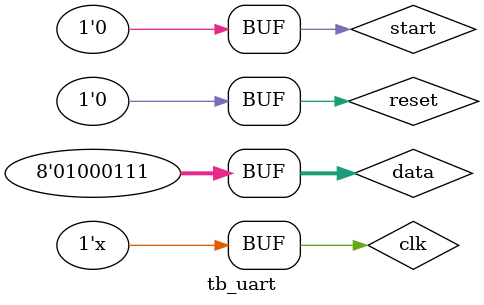
<source format=v>
`timescale 1ns / 1ps


module tb_uart ();

    reg        clk;
    reg        reset;
    reg        start;
    reg  [7:0] data;
    wire [7:0] out_data;

    uart dut (
        .clk(clk),
        .reset(reset),
        .start(start),
        .data(data),
        .out_data(out_data)
    );

    always #5 clk = ~clk;
    always #50 data = 8'b01000111;

    initial begin
        #00 clk = 1'b0;
        reset = 1'b1;
        start = 1'b0;
        #05 reset = 1'b0;
        #5000 start = 1'b1;
        #5050 start = 1'b0;
    end

endmodule

</source>
